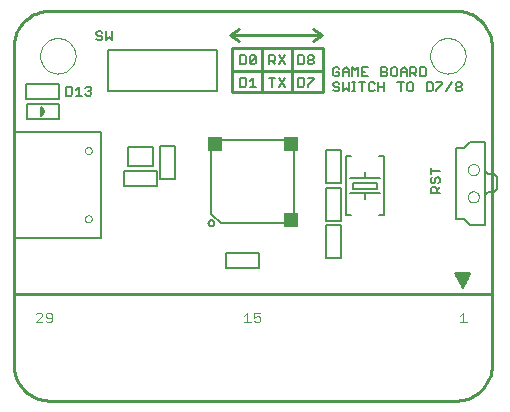
<source format=gto>
G75*
G70*
%OFA0B0*%
%FSLAX24Y24*%
%IPPOS*%
%LPD*%
%AMOC8*
5,1,8,0,0,1.08239X$1,22.5*
%
%ADD10C,0.0050*%
%ADD11C,0.0100*%
%ADD12R,0.0450X0.0450*%
%ADD13C,0.0000*%
%ADD14C,0.0040*%
D10*
X004586Y005588D02*
X004586Y009132D01*
X007480Y009132D01*
X007480Y005588D01*
X004586Y005588D01*
X008230Y007335D02*
X008230Y007835D01*
X009330Y007835D01*
X009330Y007335D01*
X008230Y007335D01*
X008369Y007999D02*
X009191Y007999D01*
X009191Y008621D01*
X008369Y008621D01*
X008369Y007999D01*
X009430Y007560D02*
X009930Y007560D01*
X009930Y008660D01*
X009430Y008660D01*
X009430Y007560D01*
X011152Y006393D02*
X011152Y008838D01*
X013908Y008838D01*
X013908Y006082D01*
X011463Y006082D01*
X011152Y006393D01*
X011052Y006082D02*
X011054Y006102D01*
X011060Y006120D01*
X011069Y006138D01*
X011081Y006153D01*
X011096Y006165D01*
X011114Y006174D01*
X011132Y006180D01*
X011152Y006182D01*
X011172Y006180D01*
X011190Y006174D01*
X011208Y006165D01*
X011223Y006153D01*
X011235Y006138D01*
X011244Y006120D01*
X011250Y006102D01*
X011252Y006082D01*
X011250Y006062D01*
X011244Y006044D01*
X011235Y006026D01*
X011223Y006011D01*
X011208Y005999D01*
X011190Y005990D01*
X011172Y005984D01*
X011152Y005982D01*
X011132Y005984D01*
X011114Y005990D01*
X011096Y005999D01*
X011081Y006011D01*
X011069Y006026D01*
X011060Y006044D01*
X011054Y006062D01*
X011052Y006082D01*
X011630Y005085D02*
X011630Y004585D01*
X012730Y004585D01*
X012730Y005085D01*
X011630Y005085D01*
X014980Y004910D02*
X014980Y006010D01*
X015480Y006010D01*
X015480Y004910D01*
X014980Y004910D01*
X014980Y006160D02*
X015480Y006160D01*
X015480Y007260D01*
X014980Y007260D01*
X014980Y006160D01*
X015650Y006351D02*
X015650Y008319D01*
X015808Y008319D01*
X015480Y008510D02*
X014980Y008510D01*
X014980Y007410D01*
X015480Y007410D01*
X015480Y008510D01*
X016280Y007785D02*
X016280Y007585D01*
X016780Y007585D01*
X016680Y007435D02*
X015880Y007435D01*
X015880Y007235D01*
X016680Y007235D01*
X016680Y007435D01*
X016780Y007085D02*
X016280Y007085D01*
X016280Y006885D01*
X016280Y007085D02*
X015780Y007085D01*
X015780Y007585D02*
X016280Y007585D01*
X016752Y008319D02*
X016910Y008319D01*
X016910Y006351D01*
X016752Y006351D01*
X015808Y006351D02*
X015650Y006351D01*
X018455Y007085D02*
X018455Y007235D01*
X018505Y007285D01*
X018605Y007285D01*
X018655Y007235D01*
X018655Y007085D01*
X018755Y007085D02*
X018455Y007085D01*
X018655Y007185D02*
X018755Y007285D01*
X018705Y007407D02*
X018755Y007457D01*
X018755Y007557D01*
X018705Y007607D01*
X018655Y007607D01*
X018605Y007557D01*
X018605Y007457D01*
X018555Y007407D01*
X018505Y007407D01*
X018455Y007457D01*
X018455Y007557D01*
X018505Y007607D01*
X018455Y007730D02*
X018455Y007930D01*
X018455Y007830D02*
X018755Y007830D01*
X019289Y008591D02*
X019585Y008591D01*
X019782Y008788D01*
X020274Y008788D01*
X020274Y007804D01*
X020372Y007705D01*
X020569Y007705D01*
X020667Y007607D01*
X020667Y007213D01*
X020569Y007115D01*
X020372Y007115D01*
X020274Y007016D01*
X020274Y006032D01*
X019782Y006032D01*
X019585Y006229D01*
X019289Y006229D01*
X019289Y008591D01*
X020274Y007804D02*
X020274Y007016D01*
X019780Y004410D02*
X019280Y004410D01*
X019530Y003910D01*
X019780Y004410D01*
X019765Y004380D02*
X019295Y004380D01*
X019319Y004332D02*
X019741Y004332D01*
X019717Y004283D02*
X019343Y004283D01*
X019368Y004235D02*
X019692Y004235D01*
X019668Y004186D02*
X019392Y004186D01*
X019416Y004138D02*
X019644Y004138D01*
X019620Y004089D02*
X019440Y004089D01*
X019465Y004041D02*
X019595Y004041D01*
X019571Y003992D02*
X019489Y003992D01*
X019513Y003944D02*
X019547Y003944D01*
X019437Y010485D02*
X019337Y010485D01*
X019287Y010535D01*
X019287Y010585D01*
X019337Y010635D01*
X019437Y010635D01*
X019487Y010585D01*
X019487Y010535D01*
X019437Y010485D01*
X019437Y010635D02*
X019487Y010685D01*
X019487Y010735D01*
X019437Y010785D01*
X019337Y010785D01*
X019287Y010735D01*
X019287Y010685D01*
X019337Y010635D01*
X019165Y010785D02*
X018965Y010485D01*
X018843Y010735D02*
X018643Y010535D01*
X018643Y010485D01*
X018520Y010535D02*
X018520Y010735D01*
X018470Y010785D01*
X018320Y010785D01*
X018320Y010485D01*
X018470Y010485D01*
X018520Y010535D01*
X018643Y010785D02*
X018843Y010785D01*
X018843Y010735D01*
X018306Y011035D02*
X018306Y011235D01*
X018256Y011285D01*
X018105Y011285D01*
X018105Y010985D01*
X018256Y010985D01*
X018306Y011035D01*
X017983Y010985D02*
X017883Y011085D01*
X017933Y011085D02*
X017783Y011085D01*
X017783Y010985D02*
X017783Y011285D01*
X017933Y011285D01*
X017983Y011235D01*
X017983Y011135D01*
X017933Y011085D01*
X017661Y011135D02*
X017461Y011135D01*
X017461Y011185D02*
X017561Y011285D01*
X017661Y011185D01*
X017661Y010985D01*
X017461Y010985D02*
X017461Y011185D01*
X017339Y011235D02*
X017289Y011285D01*
X017189Y011285D01*
X017139Y011235D01*
X017139Y011035D01*
X017189Y010985D01*
X017289Y010985D01*
X017339Y011035D01*
X017339Y011235D01*
X017017Y011235D02*
X016967Y011285D01*
X016816Y011285D01*
X016816Y010985D01*
X016967Y010985D01*
X017017Y011035D01*
X017017Y011085D01*
X016967Y011135D01*
X016816Y011135D01*
X016967Y011135D02*
X017017Y011185D01*
X017017Y011235D01*
X016909Y010785D02*
X016909Y010485D01*
X016909Y010635D02*
X016709Y010635D01*
X016709Y010485D02*
X016709Y010785D01*
X016587Y010735D02*
X016537Y010785D01*
X016437Y010785D01*
X016387Y010735D01*
X016387Y010535D01*
X016437Y010485D01*
X016537Y010485D01*
X016587Y010535D01*
X016265Y010785D02*
X016064Y010785D01*
X016164Y010785D02*
X016164Y010485D01*
X015950Y010485D02*
X015850Y010485D01*
X015900Y010485D02*
X015900Y010785D01*
X015850Y010785D02*
X015950Y010785D01*
X015727Y010785D02*
X015727Y010485D01*
X015627Y010585D01*
X015527Y010485D01*
X015527Y010785D01*
X015405Y010735D02*
X015355Y010785D01*
X015255Y010785D01*
X015205Y010735D01*
X015205Y010685D01*
X015255Y010635D01*
X015355Y010635D01*
X015405Y010585D01*
X015405Y010535D01*
X015355Y010485D01*
X015255Y010485D01*
X015205Y010535D01*
X015255Y010985D02*
X015355Y010985D01*
X015405Y011035D01*
X015405Y011135D01*
X015305Y011135D01*
X015205Y011235D02*
X015205Y011035D01*
X015255Y010985D01*
X015205Y011235D02*
X015255Y011285D01*
X015355Y011285D01*
X015405Y011235D01*
X015527Y011185D02*
X015627Y011285D01*
X015727Y011185D01*
X015727Y010985D01*
X015850Y010985D02*
X015850Y011285D01*
X015950Y011185D01*
X016050Y011285D01*
X016050Y010985D01*
X016172Y010985D02*
X016372Y010985D01*
X016272Y011135D02*
X016172Y011135D01*
X016172Y011285D02*
X016172Y010985D01*
X015727Y011135D02*
X015527Y011135D01*
X015527Y011185D02*
X015527Y010985D01*
X016172Y011285D02*
X016372Y011285D01*
X017353Y010785D02*
X017554Y010785D01*
X017454Y010785D02*
X017454Y010485D01*
X017676Y010535D02*
X017676Y010735D01*
X017726Y010785D01*
X017826Y010785D01*
X017876Y010735D01*
X017876Y010535D01*
X017826Y010485D01*
X017726Y010485D01*
X017676Y010535D01*
X014561Y010885D02*
X014361Y010685D01*
X014361Y010635D01*
X014239Y010685D02*
X014239Y010885D01*
X014189Y010935D01*
X014039Y010935D01*
X014039Y010635D01*
X014189Y010635D01*
X014239Y010685D01*
X014361Y010935D02*
X014561Y010935D01*
X014561Y010885D01*
X014511Y011385D02*
X014411Y011385D01*
X014361Y011435D01*
X014361Y011485D01*
X014411Y011535D01*
X014511Y011535D01*
X014561Y011485D01*
X014561Y011435D01*
X014511Y011385D01*
X014511Y011535D02*
X014561Y011585D01*
X014561Y011635D01*
X014511Y011685D01*
X014411Y011685D01*
X014361Y011635D01*
X014361Y011585D01*
X014411Y011535D01*
X014239Y011435D02*
X014239Y011635D01*
X014189Y011685D01*
X014039Y011685D01*
X014039Y011385D01*
X014189Y011385D01*
X014239Y011435D01*
X013594Y011385D02*
X013394Y011685D01*
X013272Y011635D02*
X013272Y011535D01*
X013222Y011485D01*
X013072Y011485D01*
X013172Y011485D02*
X013272Y011385D01*
X013394Y011385D02*
X013594Y011685D01*
X013272Y011635D02*
X013222Y011685D01*
X013072Y011685D01*
X013072Y011385D01*
X012627Y011435D02*
X012577Y011385D01*
X012477Y011385D01*
X012427Y011435D01*
X012627Y011635D01*
X012627Y011435D01*
X012427Y011435D02*
X012427Y011635D01*
X012477Y011685D01*
X012577Y011685D01*
X012627Y011635D01*
X012305Y011635D02*
X012305Y011435D01*
X012255Y011385D01*
X012105Y011385D01*
X012105Y011685D01*
X012255Y011685D01*
X012305Y011635D01*
X012255Y010935D02*
X012105Y010935D01*
X012105Y010635D01*
X012255Y010635D01*
X012305Y010685D01*
X012305Y010885D01*
X012255Y010935D01*
X012427Y010835D02*
X012527Y010935D01*
X012527Y010635D01*
X012427Y010635D02*
X012627Y010635D01*
X013072Y010935D02*
X013272Y010935D01*
X013172Y010935D02*
X013172Y010635D01*
X013394Y010635D02*
X013594Y010935D01*
X013394Y010935D02*
X013594Y010635D01*
X011341Y010471D02*
X011341Y011849D01*
X007719Y011849D01*
X007719Y010471D01*
X011341Y010471D01*
X007827Y012185D02*
X007827Y012485D01*
X007627Y012485D02*
X007627Y012185D01*
X007727Y012285D01*
X007827Y012185D01*
X007505Y012235D02*
X007455Y012185D01*
X007355Y012185D01*
X007305Y012235D01*
X007355Y012335D02*
X007455Y012335D01*
X007505Y012285D01*
X007505Y012235D01*
X007355Y012335D02*
X007305Y012385D01*
X007305Y012435D01*
X007355Y012485D01*
X007455Y012485D01*
X007505Y012435D01*
X007100Y010635D02*
X007150Y010585D01*
X007150Y010535D01*
X007100Y010485D01*
X007150Y010435D01*
X007150Y010385D01*
X007100Y010335D01*
X007000Y010335D01*
X006950Y010385D01*
X006827Y010335D02*
X006627Y010335D01*
X006727Y010335D02*
X006727Y010635D01*
X006627Y010535D01*
X006505Y010585D02*
X006505Y010385D01*
X006455Y010335D01*
X006305Y010335D01*
X006305Y010635D01*
X006455Y010635D01*
X006505Y010585D01*
X006080Y010710D02*
X006080Y010210D01*
X004980Y010210D01*
X004980Y010710D01*
X006080Y010710D01*
X006055Y010060D02*
X006055Y009560D01*
X005005Y009560D01*
X005005Y010060D01*
X006055Y010060D01*
X005580Y009810D02*
X005530Y009885D01*
X005530Y009735D01*
X005580Y009810D01*
X005530Y009735D02*
X005480Y009660D01*
X005480Y009960D01*
X005530Y009885D01*
X005505Y009910D02*
X005505Y009710D01*
X006950Y010585D02*
X007000Y010635D01*
X007100Y010635D01*
X007100Y010485D02*
X007050Y010485D01*
D11*
X004558Y011956D02*
X004558Y001364D01*
X004560Y001297D01*
X004566Y001230D01*
X004575Y001163D01*
X004588Y001097D01*
X004605Y001032D01*
X004625Y000968D01*
X004649Y000905D01*
X004677Y000843D01*
X004708Y000784D01*
X004742Y000726D01*
X004779Y000670D01*
X004820Y000616D01*
X004863Y000564D01*
X004909Y000515D01*
X004958Y000469D01*
X005010Y000426D01*
X005064Y000385D01*
X005120Y000348D01*
X005178Y000314D01*
X005237Y000283D01*
X005299Y000255D01*
X005362Y000231D01*
X005426Y000211D01*
X005491Y000194D01*
X005557Y000181D01*
X005624Y000172D01*
X005691Y000166D01*
X005758Y000164D01*
X019302Y000164D01*
X019369Y000166D01*
X019436Y000172D01*
X019503Y000181D01*
X019569Y000194D01*
X019634Y000211D01*
X019698Y000231D01*
X019761Y000255D01*
X019823Y000283D01*
X019882Y000314D01*
X019940Y000348D01*
X019996Y000385D01*
X020050Y000426D01*
X020102Y000469D01*
X020151Y000515D01*
X020197Y000564D01*
X020240Y000616D01*
X020281Y000670D01*
X020318Y000726D01*
X020352Y000784D01*
X020383Y000843D01*
X020411Y000905D01*
X020435Y000968D01*
X020455Y001032D01*
X020472Y001097D01*
X020485Y001163D01*
X020494Y001230D01*
X020500Y001297D01*
X020502Y001364D01*
X020502Y011956D01*
X020500Y012023D01*
X020494Y012090D01*
X020485Y012157D01*
X020472Y012223D01*
X020455Y012288D01*
X020435Y012352D01*
X020411Y012415D01*
X020383Y012477D01*
X020352Y012536D01*
X020318Y012594D01*
X020281Y012650D01*
X020240Y012704D01*
X020197Y012756D01*
X020151Y012805D01*
X020102Y012851D01*
X020050Y012894D01*
X019996Y012935D01*
X019940Y012972D01*
X019882Y013006D01*
X019823Y013037D01*
X019761Y013065D01*
X019698Y013089D01*
X019634Y013109D01*
X019569Y013126D01*
X019503Y013139D01*
X019436Y013148D01*
X019369Y013154D01*
X019302Y013156D01*
X005758Y013156D01*
X005691Y013154D01*
X005624Y013148D01*
X005557Y013139D01*
X005491Y013126D01*
X005426Y013109D01*
X005362Y013089D01*
X005299Y013065D01*
X005237Y013037D01*
X005178Y013006D01*
X005120Y012972D01*
X005064Y012935D01*
X005010Y012894D01*
X004958Y012851D01*
X004909Y012805D01*
X004863Y012756D01*
X004820Y012704D01*
X004779Y012650D01*
X004742Y012594D01*
X004708Y012536D01*
X004677Y012477D01*
X004649Y012415D01*
X004625Y012352D01*
X004605Y012288D01*
X004588Y012223D01*
X004575Y012157D01*
X004566Y012090D01*
X004560Y012023D01*
X004558Y011956D01*
X011780Y012360D02*
X012080Y012160D01*
X011830Y011910D02*
X012830Y011910D01*
X012830Y010460D01*
X013830Y010460D01*
X013830Y011860D01*
X014530Y012160D02*
X014830Y012360D01*
X014530Y012560D01*
X014830Y012360D02*
X011780Y012360D01*
X012080Y012560D01*
X011830Y011910D02*
X011830Y010460D01*
X012830Y010460D01*
X013830Y010460D02*
X014880Y010460D01*
X014880Y011160D01*
X011880Y011160D01*
X012830Y011910D02*
X014880Y011910D01*
X014880Y011160D01*
X020471Y003707D02*
X004589Y003707D01*
D12*
X011255Y008735D03*
X013805Y008735D03*
X013805Y006185D03*
D13*
X019693Y006957D02*
X019695Y006984D01*
X019701Y007010D01*
X019710Y007035D01*
X019723Y007058D01*
X019739Y007079D01*
X019758Y007098D01*
X019779Y007114D01*
X019802Y007127D01*
X019827Y007136D01*
X019853Y007142D01*
X019880Y007144D01*
X019907Y007142D01*
X019933Y007136D01*
X019958Y007127D01*
X019981Y007114D01*
X020002Y007098D01*
X020021Y007079D01*
X020037Y007058D01*
X020050Y007035D01*
X020059Y007010D01*
X020065Y006984D01*
X020067Y006957D01*
X020065Y006930D01*
X020059Y006904D01*
X020050Y006879D01*
X020037Y006856D01*
X020021Y006835D01*
X020002Y006816D01*
X019981Y006800D01*
X019958Y006787D01*
X019933Y006778D01*
X019907Y006772D01*
X019880Y006770D01*
X019853Y006772D01*
X019827Y006778D01*
X019802Y006787D01*
X019779Y006800D01*
X019758Y006816D01*
X019739Y006835D01*
X019723Y006856D01*
X019710Y006879D01*
X019701Y006904D01*
X019695Y006930D01*
X019693Y006957D01*
X019693Y007863D02*
X019695Y007890D01*
X019701Y007916D01*
X019710Y007941D01*
X019723Y007964D01*
X019739Y007985D01*
X019758Y008004D01*
X019779Y008020D01*
X019802Y008033D01*
X019827Y008042D01*
X019853Y008048D01*
X019880Y008050D01*
X019907Y008048D01*
X019933Y008042D01*
X019958Y008033D01*
X019981Y008020D01*
X020002Y008004D01*
X020021Y007985D01*
X020037Y007964D01*
X020050Y007941D01*
X020059Y007916D01*
X020065Y007890D01*
X020067Y007863D01*
X020065Y007836D01*
X020059Y007810D01*
X020050Y007785D01*
X020037Y007762D01*
X020021Y007741D01*
X020002Y007722D01*
X019981Y007706D01*
X019958Y007693D01*
X019933Y007684D01*
X019907Y007678D01*
X019880Y007676D01*
X019853Y007678D01*
X019827Y007684D01*
X019802Y007693D01*
X019779Y007706D01*
X019758Y007722D01*
X019739Y007741D01*
X019723Y007762D01*
X019710Y007785D01*
X019701Y007810D01*
X019695Y007836D01*
X019693Y007863D01*
X018439Y011660D02*
X018441Y011708D01*
X018447Y011756D01*
X018457Y011803D01*
X018470Y011849D01*
X018488Y011894D01*
X018508Y011938D01*
X018533Y011980D01*
X018561Y012019D01*
X018591Y012056D01*
X018625Y012090D01*
X018662Y012122D01*
X018700Y012151D01*
X018741Y012176D01*
X018784Y012198D01*
X018829Y012216D01*
X018875Y012230D01*
X018922Y012241D01*
X018970Y012248D01*
X019018Y012251D01*
X019066Y012250D01*
X019114Y012245D01*
X019162Y012236D01*
X019208Y012224D01*
X019253Y012207D01*
X019297Y012187D01*
X019339Y012164D01*
X019379Y012137D01*
X019417Y012107D01*
X019452Y012074D01*
X019484Y012038D01*
X019514Y012000D01*
X019540Y011959D01*
X019562Y011916D01*
X019582Y011872D01*
X019597Y011827D01*
X019609Y011780D01*
X019617Y011732D01*
X019621Y011684D01*
X019621Y011636D01*
X019617Y011588D01*
X019609Y011540D01*
X019597Y011493D01*
X019582Y011448D01*
X019562Y011404D01*
X019540Y011361D01*
X019514Y011320D01*
X019484Y011282D01*
X019452Y011246D01*
X019417Y011213D01*
X019379Y011183D01*
X019339Y011156D01*
X019297Y011133D01*
X019253Y011113D01*
X019208Y011096D01*
X019162Y011084D01*
X019114Y011075D01*
X019066Y011070D01*
X019018Y011069D01*
X018970Y011072D01*
X018922Y011079D01*
X018875Y011090D01*
X018829Y011104D01*
X018784Y011122D01*
X018741Y011144D01*
X018700Y011169D01*
X018662Y011198D01*
X018625Y011230D01*
X018591Y011264D01*
X018561Y011301D01*
X018533Y011340D01*
X018508Y011382D01*
X018488Y011426D01*
X018470Y011471D01*
X018457Y011517D01*
X018447Y011564D01*
X018441Y011612D01*
X018439Y011660D01*
X006929Y008498D02*
X006931Y008519D01*
X006937Y008539D01*
X006946Y008559D01*
X006958Y008576D01*
X006973Y008590D01*
X006991Y008602D01*
X007011Y008610D01*
X007031Y008615D01*
X007052Y008616D01*
X007073Y008613D01*
X007093Y008607D01*
X007112Y008596D01*
X007129Y008583D01*
X007142Y008567D01*
X007153Y008549D01*
X007161Y008529D01*
X007165Y008509D01*
X007165Y008487D01*
X007161Y008467D01*
X007153Y008447D01*
X007142Y008429D01*
X007129Y008413D01*
X007112Y008400D01*
X007093Y008389D01*
X007073Y008383D01*
X007052Y008380D01*
X007031Y008381D01*
X007011Y008386D01*
X006991Y008394D01*
X006973Y008406D01*
X006958Y008420D01*
X006946Y008437D01*
X006937Y008457D01*
X006931Y008477D01*
X006929Y008498D01*
X006929Y006222D02*
X006931Y006243D01*
X006937Y006263D01*
X006946Y006283D01*
X006958Y006300D01*
X006973Y006314D01*
X006991Y006326D01*
X007011Y006334D01*
X007031Y006339D01*
X007052Y006340D01*
X007073Y006337D01*
X007093Y006331D01*
X007112Y006320D01*
X007129Y006307D01*
X007142Y006291D01*
X007153Y006273D01*
X007161Y006253D01*
X007165Y006233D01*
X007165Y006211D01*
X007161Y006191D01*
X007153Y006171D01*
X007142Y006153D01*
X007129Y006137D01*
X007112Y006124D01*
X007093Y006113D01*
X007073Y006107D01*
X007052Y006104D01*
X007031Y006105D01*
X007011Y006110D01*
X006991Y006118D01*
X006973Y006130D01*
X006958Y006144D01*
X006946Y006161D01*
X006937Y006181D01*
X006931Y006201D01*
X006929Y006222D01*
X005439Y011660D02*
X005441Y011708D01*
X005447Y011756D01*
X005457Y011803D01*
X005470Y011849D01*
X005488Y011894D01*
X005508Y011938D01*
X005533Y011980D01*
X005561Y012019D01*
X005591Y012056D01*
X005625Y012090D01*
X005662Y012122D01*
X005700Y012151D01*
X005741Y012176D01*
X005784Y012198D01*
X005829Y012216D01*
X005875Y012230D01*
X005922Y012241D01*
X005970Y012248D01*
X006018Y012251D01*
X006066Y012250D01*
X006114Y012245D01*
X006162Y012236D01*
X006208Y012224D01*
X006253Y012207D01*
X006297Y012187D01*
X006339Y012164D01*
X006379Y012137D01*
X006417Y012107D01*
X006452Y012074D01*
X006484Y012038D01*
X006514Y012000D01*
X006540Y011959D01*
X006562Y011916D01*
X006582Y011872D01*
X006597Y011827D01*
X006609Y011780D01*
X006617Y011732D01*
X006621Y011684D01*
X006621Y011636D01*
X006617Y011588D01*
X006609Y011540D01*
X006597Y011493D01*
X006582Y011448D01*
X006562Y011404D01*
X006540Y011361D01*
X006514Y011320D01*
X006484Y011282D01*
X006452Y011246D01*
X006417Y011213D01*
X006379Y011183D01*
X006339Y011156D01*
X006297Y011133D01*
X006253Y011113D01*
X006208Y011096D01*
X006162Y011084D01*
X006114Y011075D01*
X006066Y011070D01*
X006018Y011069D01*
X005970Y011072D01*
X005922Y011079D01*
X005875Y011090D01*
X005829Y011104D01*
X005784Y011122D01*
X005741Y011144D01*
X005700Y011169D01*
X005662Y011198D01*
X005625Y011230D01*
X005591Y011264D01*
X005561Y011301D01*
X005533Y011340D01*
X005508Y011382D01*
X005488Y011426D01*
X005470Y011471D01*
X005457Y011517D01*
X005447Y011564D01*
X005441Y011612D01*
X005439Y011660D01*
D14*
X005455Y003090D02*
X005352Y003090D01*
X005300Y003039D01*
X005455Y003090D02*
X005507Y003039D01*
X005507Y002987D01*
X005300Y002780D01*
X005507Y002780D01*
X005622Y002832D02*
X005674Y002780D01*
X005777Y002780D01*
X005829Y002832D01*
X005829Y003039D01*
X005777Y003090D01*
X005674Y003090D01*
X005622Y003039D01*
X005622Y002987D01*
X005674Y002935D01*
X005829Y002935D01*
X012250Y002987D02*
X012353Y003090D01*
X012353Y002780D01*
X012250Y002780D02*
X012457Y002780D01*
X012572Y002832D02*
X012624Y002780D01*
X012727Y002780D01*
X012779Y002832D01*
X012779Y002935D01*
X012727Y002987D01*
X012676Y002987D01*
X012572Y002935D01*
X012572Y003090D01*
X012779Y003090D01*
X019450Y002987D02*
X019553Y003090D01*
X019553Y002780D01*
X019450Y002780D02*
X019657Y002780D01*
M02*

</source>
